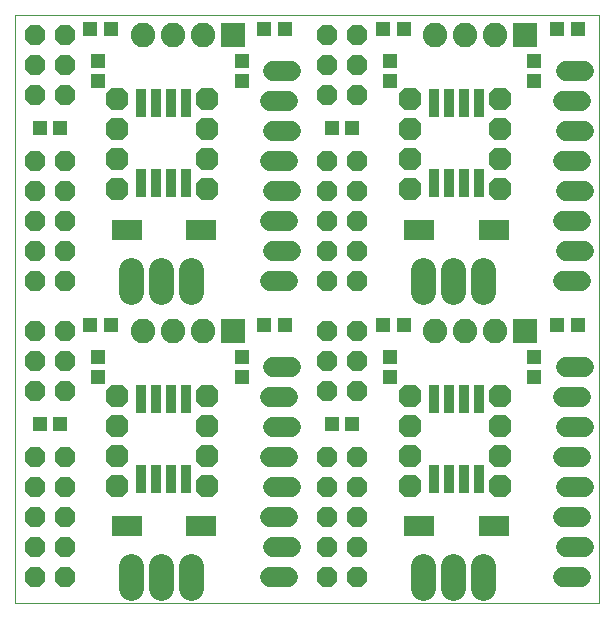
<source format=gts>
G75*
G70*
%OFA0B0*%
%FSLAX24Y24*%
%IPPOS*%
%LPD*%
%AMOC8*
5,1,8,0,0,1.08239X$1,22.5*
%
%ADD10C,0.0000*%
%ADD11OC8,0.0760*%
%ADD12R,0.0480X0.0480*%
%ADD13R,0.0986X0.0710*%
%ADD14OC8,0.0680*%
%ADD15R,0.0474X0.0513*%
%ADD16R,0.0320X0.0950*%
%ADD17C,0.0820*%
%ADD18R,0.0513X0.0474*%
%ADD19R,0.0820X0.0820*%
%ADD20C,0.0820*%
%ADD21C,0.0680*%
D10*
X000100Y000100D02*
X000100Y019721D01*
X019595Y019721D01*
X019595Y000100D01*
X000100Y000100D01*
D11*
X003523Y004020D03*
X003523Y005020D03*
X003523Y006020D03*
X003523Y007020D03*
X006523Y007020D03*
X006523Y006020D03*
X006523Y005020D03*
X006523Y004020D03*
X013273Y004020D03*
X013273Y005020D03*
X013273Y006020D03*
X013273Y007020D03*
X016273Y007020D03*
X016273Y006020D03*
X016273Y005020D03*
X016273Y004020D03*
X016273Y013895D03*
X016273Y014895D03*
X016273Y015895D03*
X016273Y016895D03*
X013273Y016895D03*
X013273Y015895D03*
X013273Y014895D03*
X013273Y013895D03*
X006523Y013895D03*
X006523Y014895D03*
X006523Y015895D03*
X006523Y016895D03*
X003523Y016895D03*
X003523Y015895D03*
X003523Y014895D03*
X003523Y013895D03*
D12*
X003325Y009375D03*
X002625Y009375D03*
X008425Y009375D03*
X009125Y009375D03*
X012375Y009375D03*
X013075Y009375D03*
X018175Y009375D03*
X018875Y009375D03*
X018875Y019250D03*
X018175Y019250D03*
X013075Y019250D03*
X012375Y019250D03*
X009125Y019250D03*
X008425Y019250D03*
X003325Y019250D03*
X002625Y019250D03*
D13*
X003835Y012550D03*
X006315Y012550D03*
X013585Y012550D03*
X016065Y012550D03*
X016065Y002675D03*
X013585Y002675D03*
X006315Y002675D03*
X003835Y002675D03*
D14*
X001775Y002975D03*
X001775Y003975D03*
X001775Y004975D03*
X000775Y004975D03*
X000775Y003975D03*
X000775Y002975D03*
X000775Y001975D03*
X000775Y000975D03*
X001775Y000975D03*
X001775Y001975D03*
X001775Y007175D03*
X001775Y008175D03*
X001775Y009175D03*
X000775Y009175D03*
X000775Y008175D03*
X000775Y007175D03*
X000775Y010850D03*
X000775Y011850D03*
X000775Y012850D03*
X000775Y013850D03*
X000775Y014850D03*
X001775Y014850D03*
X001775Y013850D03*
X001775Y012850D03*
X001775Y011850D03*
X001775Y010850D03*
X001775Y017050D03*
X001775Y018050D03*
X001775Y019050D03*
X000775Y019050D03*
X000775Y018050D03*
X000775Y017050D03*
X010525Y017050D03*
X010525Y018050D03*
X010525Y019050D03*
X011525Y019050D03*
X011525Y018050D03*
X011525Y017050D03*
X011525Y014850D03*
X011525Y013850D03*
X011525Y012850D03*
X011525Y011850D03*
X011525Y010850D03*
X010525Y010850D03*
X010525Y011850D03*
X010525Y012850D03*
X010525Y013850D03*
X010525Y014850D03*
X010525Y009175D03*
X010525Y008175D03*
X010525Y007175D03*
X011525Y007175D03*
X011525Y008175D03*
X011525Y009175D03*
X011525Y004975D03*
X011525Y003975D03*
X011525Y002975D03*
X010525Y002975D03*
X010525Y003975D03*
X010525Y004975D03*
X010525Y001975D03*
X010525Y000975D03*
X011525Y000975D03*
X011525Y001975D03*
D15*
X012625Y007640D03*
X012625Y008310D03*
X017425Y008310D03*
X017425Y007640D03*
X007675Y007640D03*
X007675Y008310D03*
X002875Y008310D03*
X002875Y007640D03*
X002875Y017515D03*
X002875Y018185D03*
X007675Y018185D03*
X007675Y017515D03*
X012625Y017515D03*
X012625Y018185D03*
X017425Y018185D03*
X017425Y017515D03*
D16*
X015575Y016770D03*
X015075Y016770D03*
X014575Y016770D03*
X014075Y016770D03*
X014075Y014120D03*
X014575Y014120D03*
X015075Y014120D03*
X015575Y014120D03*
X015575Y006895D03*
X015075Y006895D03*
X014575Y006895D03*
X014075Y006895D03*
X014075Y004245D03*
X014575Y004245D03*
X015075Y004245D03*
X015575Y004245D03*
X005825Y004245D03*
X005325Y004245D03*
X004825Y004245D03*
X004325Y004245D03*
X004325Y006895D03*
X004825Y006895D03*
X005325Y006895D03*
X005825Y006895D03*
X005825Y014120D03*
X005325Y014120D03*
X004825Y014120D03*
X004325Y014120D03*
X004325Y016770D03*
X004825Y016770D03*
X005325Y016770D03*
X005825Y016770D03*
D17*
X005975Y011220D02*
X005975Y010480D01*
X004975Y010480D02*
X004975Y011220D01*
X003975Y011220D02*
X003975Y010480D01*
X003975Y001345D02*
X003975Y000605D01*
X004975Y000605D02*
X004975Y001345D01*
X005975Y001345D02*
X005975Y000605D01*
X013725Y000605D02*
X013725Y001345D01*
X014725Y001345D02*
X014725Y000605D01*
X015725Y000605D02*
X015725Y001345D01*
X015725Y010480D02*
X015725Y011220D01*
X014725Y011220D02*
X014725Y010480D01*
X013725Y010480D02*
X013725Y011220D01*
D18*
X011360Y015950D03*
X010690Y015950D03*
X001610Y015950D03*
X000940Y015950D03*
X000940Y006075D03*
X001610Y006075D03*
X010690Y006075D03*
X011360Y006075D03*
D19*
X007375Y009175D03*
X017125Y009175D03*
X017125Y019050D03*
X007375Y019050D03*
D20*
X006375Y019050D03*
X005375Y019050D03*
X004375Y019050D03*
X014125Y019050D03*
X015125Y019050D03*
X016125Y019050D03*
X016125Y009175D03*
X015125Y009175D03*
X014125Y009175D03*
X006375Y009175D03*
X005375Y009175D03*
X004375Y009175D03*
D21*
X008625Y010850D02*
X009225Y010850D01*
X009325Y011850D02*
X008725Y011850D01*
X008625Y012850D02*
X009225Y012850D01*
X009325Y013850D02*
X008725Y013850D01*
X008625Y014850D02*
X009225Y014850D01*
X009325Y015850D02*
X008725Y015850D01*
X008625Y016850D02*
X009225Y016850D01*
X009325Y017850D02*
X008725Y017850D01*
X018375Y016850D02*
X018975Y016850D01*
X019075Y017850D02*
X018475Y017850D01*
X018475Y015850D02*
X019075Y015850D01*
X018975Y014850D02*
X018375Y014850D01*
X018475Y013850D02*
X019075Y013850D01*
X018975Y012850D02*
X018375Y012850D01*
X018475Y011850D02*
X019075Y011850D01*
X018975Y010850D02*
X018375Y010850D01*
X018475Y007975D02*
X019075Y007975D01*
X018975Y006975D02*
X018375Y006975D01*
X018475Y005975D02*
X019075Y005975D01*
X018975Y004975D02*
X018375Y004975D01*
X018475Y003975D02*
X019075Y003975D01*
X018975Y002975D02*
X018375Y002975D01*
X018475Y001975D02*
X019075Y001975D01*
X018975Y000975D02*
X018375Y000975D01*
X009325Y001975D02*
X008725Y001975D01*
X008625Y000975D02*
X009225Y000975D01*
X009225Y002975D02*
X008625Y002975D01*
X008725Y003975D02*
X009325Y003975D01*
X009225Y004975D02*
X008625Y004975D01*
X008725Y005975D02*
X009325Y005975D01*
X009225Y006975D02*
X008625Y006975D01*
X008725Y007975D02*
X009325Y007975D01*
M02*

</source>
